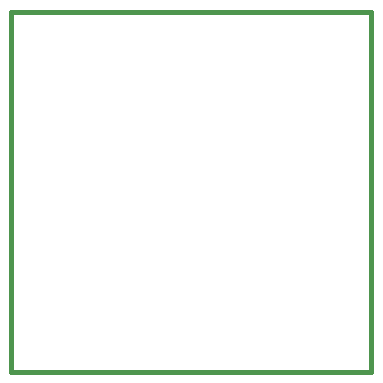
<source format=gbr>
G04 (created by PCBNEW-RS274X (2010-05-05 BZR 2356)-stable) date 12/22/10 19:34:27*
G01*
G70*
G90*
%MOIN*%
G04 Gerber Fmt 3.4, Leading zero omitted, Abs format*
%FSLAX34Y34*%
G04 APERTURE LIST*
%ADD10C,0.005000*%
%ADD11C,0.015000*%
G04 APERTURE END LIST*
G54D10*
G54D11*
X10000Y-22000D02*
X10000Y-10000D01*
X22000Y-22000D02*
X10000Y-22000D01*
X22000Y-10000D02*
X22000Y-22000D01*
X10000Y-10000D02*
X22000Y-10000D01*
M02*

</source>
